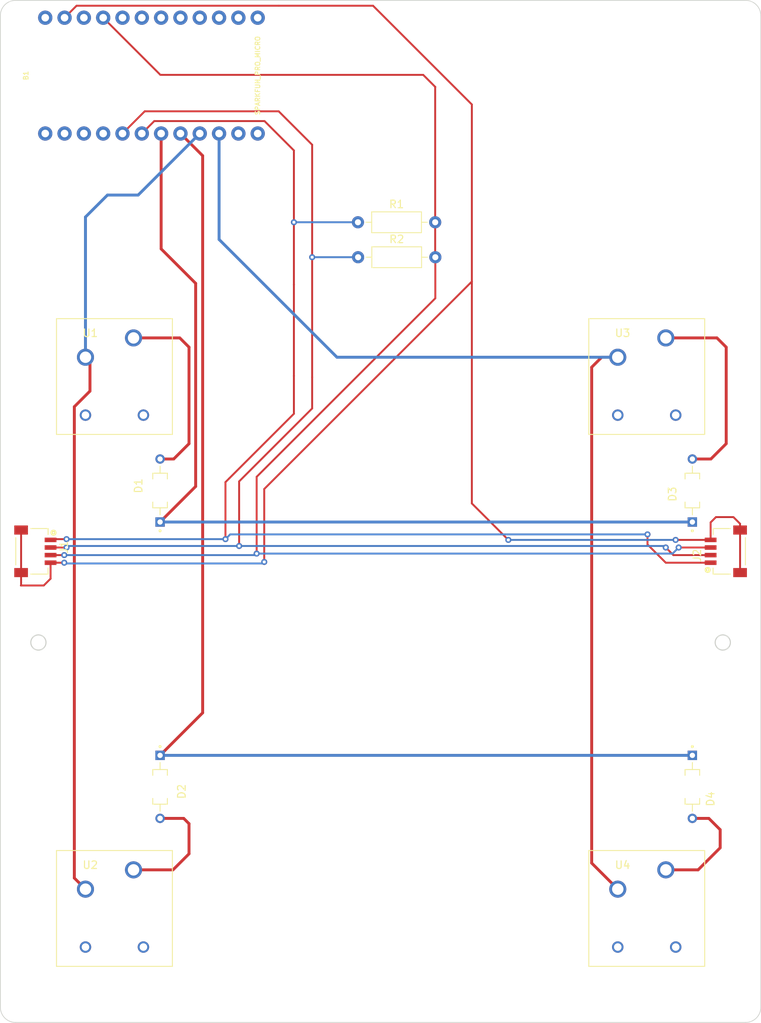
<source format=kicad_pcb>
(kicad_pcb (version 20211014) (generator pcbnew)
  (layers (0 "F.Cu" signal) (31 "B.Cu" signal) (34 "B.Paste" user) (35 "F.Paste" user) (36 "B.SilkS" user "B.Silkscreen") (37 "F.SilkS" user "F.Silkscreen") (38 "B.Mask" user) (39 "F.Mask" user) (44 "Edge.Cuts" user))
  (net 0 "")
  (net 5 "SDA")
  (net 6 "SCL")
  (net 7 "ROW1")
  (net 8 "ROW2")
  (net 9 "COL1")
  (net 10 "COL2")
  (net 21 "VCC")
  (net 23 "GND")
  (net 25 "Net-(D1-PadA)")
  (net 26 "Net-(D2-PadA)")
  (net 27 "Net-(D3-PadA)")
  (net 28 "Net-(D4-PadA)")
  (footprint "1N4148:DIOAD829W49L456D191" (layer "F.Cu") (at 97 103 90)
    (fp_text reference "D1" (at 0.612145 -2.843205 90) (layer "F.SilkS") (effects (font (size 1.000102 1.000102))))
    (fp_text value "1N4148")
    (fp_line (start 1.52 0.96) (end 2.28 0.96) (layer "F.SilkS") (width 0.127))
    (fp_line (start -2.28 0) (end -2.28 0.95) (layer "F.SilkS") (width 0.127))
    (fp_line (start 1.52 -0.96) (end 2.28 -0.96) (layer "F.SilkS") (width 0.127))
    (fp_line (start -2.28 0) (end -3.2 0) (layer "F.SilkS") (width 0.127))
    (fp_line (start -2.28 0.96) (end -1.52 0.96) (layer "F.SilkS") (width 0.127))
    (fp_line (start -2.28 -0.96) (end -2.28 0) (layer "F.SilkS") (width 0.127))
    (fp_line (start 2.28 0) (end 2.28 0.96) (layer "F.SilkS") (width 0.127))
    (fp_line (start 3.2 0) (end 2.28 0) (layer "F.SilkS") (width 0.127))
    (fp_line (start 2.28 -0.95) (end 2.28 0) (layer "F.SilkS") (width 0.127))
    (fp_line (start -2.28 -0.96) (end -1.52 -0.96) (layer "F.SilkS") (width 0.127))
    (fp_circle (center -5.3 0) (end -5.2 0) (layer "F.SilkS") (width 0.2) (fill none))
    (pad "A" thru_hole circle locked (at 4.146 0 90) (size 1.238 1.238) (drill 0.7) (layers *.Cu *.Mask) (net 25 "Net-(D1-PadA)"))
    (pad "C" thru_hole rect locked (at -4.146 0 90) (size 1.238 1.238) (drill 0.7) (layers *.Cu *.Mask) (net 7 "ROW1"))
  )
  (footprint "1N4148:DIOAD829W49L456D191" (layer "F.Cu") (at 167 103 90)
    (fp_text reference "D3" (at -0.4765 -2.61775 90) (layer "F.SilkS") (effects (font (size 1.000102 1.000102))))
    (fp_text value "1N4148")
    (fp_line (start -2.28 -0.96) (end -1.52 -0.96) (layer "F.SilkS") (width 0.127))
    (fp_line (start -2.28 0.96) (end -1.52 0.96) (layer "F.SilkS") (width 0.127))
    (fp_line (start 1.52 0.96) (end 2.28 0.96) (layer "F.SilkS") (width 0.127))
    (fp_line (start -2.28 -0.96) (end -2.28 0) (layer "F.SilkS") (width 0.127))
    (fp_line (start 1.52 -0.96) (end 2.28 -0.96) (layer "F.SilkS") (width 0.127))
    (fp_line (start 2.28 0) (end 2.28 0.96) (layer "F.SilkS") (width 0.127))
    (fp_line (start -2.28 0) (end -2.28 0.95) (layer "F.SilkS") (width 0.127))
    (fp_line (start 2.28 -0.95) (end 2.28 0) (layer "F.SilkS") (width 0.127))
    (fp_line (start 3.2 0) (end 2.28 0) (layer "F.SilkS") (width 0.127))
    (fp_line (start -2.28 0) (end -3.2 0) (layer "F.SilkS") (width 0.127))
    (fp_circle (center -5.3 0) (end -5.2 0) (layer "F.SilkS") (width 0.2) (fill none))
    (pad "A" thru_hole circle locked (at 4.146 0 90) (size 1.238 1.238) (drill 0.7) (layers *.Cu *.Mask) (net 27 "Net-(D3-PadA)"))
    (pad "C" thru_hole rect locked (at -4.146 0 90) (size 1.238 1.238) (drill 0.7) (layers *.Cu *.Mask) (net 7 "ROW1"))
  )
  (footprint "Boards:SPARKFUN_PRO_MICRO" (layer "F.Cu") (at 94.6 48.4 90)
    (fp_text reference "B1" (at 0 -15.24 90) (layer "F.SilkS") (effects (font (size 0.6096 0.6096) (thickness 0.127))))
    (fp_text value "SPARKFUN_PRO_MICRO" (at 0 15.24 90) (layer "F.SilkS") (effects (font (size 0.6096 0.6096) (thickness 0.127))))
    (pad "1" thru_hole circle locked (at -7.62 -12.7 90) (size 1.8796 1.8796) (drill 1) (layers *.Cu *.Mask))
    (pad "2" thru_hole circle locked (at -7.62 -10.16 90) (size 1.8796 1.8796) (drill 1) (layers *.Cu *.Mask))
    (pad "3" thru_hole circle locked (at -7.62 -7.62 90) (size 1.8796 1.8796) (drill 1) (layers *.Cu *.Mask))
    (pad "4" thru_hole circle locked (at -7.62 -5.08 90) (size 1.8796 1.8796) (drill 1) (layers *.Cu *.Mask))
    (pad "5" thru_hole circle locked (at -7.62 -2.54 90) (size 1.8796 1.8796) (drill 1) (layers *.Cu *.Mask) (net 5 "SDA"))
    (pad "6" thru_hole circle locked (at -7.62 0 90) (size 1.8796 1.8796) (drill 1) (layers *.Cu *.Mask) (net 6 "SCL"))
    (pad "7" thru_hole circle locked (at -7.62 2.54 90) (size 1.8796 1.8796) (drill 1) (layers *.Cu *.Mask) (net 7 "ROW1"))
    (pad "8" thru_hole circle locked (at -7.62 5.08 90) (size 1.8796 1.8796) (drill 1) (layers *.Cu *.Mask) (net 8 "ROW2"))
    (pad "9" thru_hole circle locked (at -7.62 7.62 90) (size 1.8796 1.8796) (drill 1) (layers *.Cu *.Mask) (net 9 "COL1"))
    (pad "10" thru_hole circle locked (at -7.62 10.16 90) (size 1.8796 1.8796) (drill 1) (layers *.Cu *.Mask) (net 10 "COL2"))
    (pad "11" thru_hole circle locked (at -7.62 12.7 90) (size 1.8796 1.8796) (drill 1) (layers *.Cu *.Mask))
    (pad "12" thru_hole circle locked (at -7.62 15.24 90) (size 1.8796 1.8796) (drill 1) (layers *.Cu *.Mask))
    (pad "13" thru_hole circle locked (at 7.62 15.24 90) (size 1.8796 1.8796) (drill 1) (layers *.Cu *.Mask))
    (pad "14" thru_hole circle locked (at 7.62 12.7 90) (size 1.8796 1.8796) (drill 1) (layers *.Cu *.Mask))
    (pad "15" thru_hole circle locked (at 7.62 10.16 90) (size 1.8796 1.8796) (drill 1) (layers *.Cu *.Mask))
    (pad "16" thru_hole circle locked (at 7.62 7.62 90) (size 1.8796 1.8796) (drill 1) (layers *.Cu *.Mask))
    (pad "17" thru_hole circle locked (at 7.62 5.08 90) (size 1.8796 1.8796) (drill 1) (layers *.Cu *.Mask))
    (pad "18" thru_hole circle locked (at 7.62 2.54 90) (size 1.8796 1.8796) (drill 1) (layers *.Cu *.Mask))
    (pad "19" thru_hole circle locked (at 7.62 0 90) (size 1.8796 1.8796) (drill 1) (layers *.Cu *.Mask))
    (pad "20" thru_hole circle locked (at 7.62 -2.54 90) (size 1.8796 1.8796) (drill 1) (layers *.Cu *.Mask))
    (pad "21" thru_hole circle locked (at 7.62 -5.08 90) (size 1.8796 1.8796) (drill 1) (layers *.Cu *.Mask) (net 21 "VCC"))
    (pad "22" thru_hole circle locked (at 7.62 -7.62 90) (size 1.8796 1.8796) (drill 1) (layers *.Cu *.Mask))
    (pad "23" thru_hole circle locked (at 7.62 -10.16 90) (size 1.8796 1.8796) (drill 1) (layers *.Cu *.Mask) (net 23 "GND"))
    (pad "24" thru_hole circle locked (at 7.62 -12.7 90) (size 1.8796 1.8796) (drill 1) (layers *.Cu *.Mask))
  )
  (footprint "MX1A-11NN:CHERRY_MX1A-11NN_SWITCH" (layer "F.Cu") (at 161 88)
    (fp_text reference "U3" (at -3.175 -5.715) (layer "F.SilkS"))
    (fp_text value "MX1A-11NN")
    (fp_line (start -7.62 7.62) (end -7.62 -7.62) (layer "F.SilkS") (width 0.127))
    (fp_line (start 7.62 7.62) (end -7.62 7.62) (layer "F.SilkS") (width 0.127))
    (fp_line (start -7.62 -7.62) (end 7.62 -7.62) (layer "F.SilkS") (width 0.127))
    (fp_line (start 7.62 -7.62) (end 7.62 7.62) (layer "F.SilkS") (width 0.127))
    (pad "" np_thru_hole circle locked (at 0 0) (size 3.9878 3.9878) (drill 3.9878) (layers *.Cu *.Mask))
    (pad "" np_thru_hole circle locked (at -5 0) (size 1.7 1.7) (drill 1.7) (layers *.Cu *.Mask))
    (pad "" np_thru_hole circle locked (at 5 0) (size 1.7 1.7) (drill 1.7) (layers *.Cu *.Mask))
    (pad "BR1" thru_hole circle locked (at -3.81 5.08) (size 1.508 1.508) (drill 1) (layers *.Cu *.Mask))
    (pad "BR2" thru_hole circle locked (at 3.81 5.08) (size 1.508 1.508) (drill 1) (layers *.Cu *.Mask))
    (pad "P$1" thru_hole circle locked (at 2.51 -5.08) (size 2.25 2.25) (drill 1.5) (layers *.Cu *.Mask) (net 27 "Net-(D3-PadA)"))
    (pad "P$2" thru_hole circle locked (at -3.81 -2.54) (size 2.25 2.25) (drill 1.5) (layers *.Cu *.Mask) (net 10 "COL2"))
  )
  (footprint "MX1A-11NN:CHERRY_MX1A-11NN_SWITCH" (layer "F.Cu") (at 91 88)
    (fp_text reference "U1" (at -3.175 -5.715) (layer "F.SilkS"))
    (fp_text value "MX1A-11NN")
    (fp_line (start -7.62 7.62) (end -7.62 -7.62) (layer "F.SilkS") (width 0.127))
    (fp_line (start -7.62 -7.62) (end 7.62 -7.62) (layer "F.SilkS") (width 0.127))
    (fp_line (start 7.62 -7.62) (end 7.62 7.62) (layer "F.SilkS") (width 0.127))
    (fp_line (start 7.62 7.62) (end -7.62 7.62) (layer "F.SilkS") (width 0.127))
    (pad "" np_thru_hole circle locked (at 5 0) (size 1.7 1.7) (drill 1.7) (layers *.Cu *.Mask))
    (pad "" np_thru_hole circle locked (at 0 0) (size 3.9878 3.9878) (drill 3.9878) (layers *.Cu *.Mask))
    (pad "" np_thru_hole circle locked (at -5 0) (size 1.7 1.7) (drill 1.7) (layers *.Cu *.Mask))
    (pad "BR1" thru_hole circle locked (at -3.81 5.08) (size 1.508 1.508) (drill 1) (layers *.Cu *.Mask))
    (pad "BR2" thru_hole circle locked (at 3.81 5.08) (size 1.508 1.508) (drill 1) (layers *.Cu *.Mask))
    (pad "P$1" thru_hole circle locked (at 2.51 -5.08) (size 2.25 2.25) (drill 1.5) (layers *.Cu *.Mask) (net 25 "Net-(D1-PadA)"))
    (pad "P$2" thru_hole circle locked (at -3.81 -2.54) (size 2.25 2.25) (drill 1.5) (layers *.Cu *.Mask) (net 9 "COL1"))
  )
  (footprint "Resistor_THT:R_Axial_DIN0207_L6.3mm_D2.5mm_P10.16mm_Horizontal" (layer "F.Cu") (at 123.02 67.7)
    (fp_text reference "R1" (at 5.08 -2.37) (layer "F.SilkS"))
    (fp_text value "10k")
    (fp_line (start 1.81 -1.37) (end 1.81 1.37) (layer "F.SilkS") (width 0.12))
    (fp_line (start 8.35 -1.37) (end 1.81 -1.37) (layer "F.SilkS") (width 0.12))
    (fp_line (start 9.12 0) (end 8.35 0) (layer "F.SilkS") (width 0.12))
    (fp_line (start 8.35 1.37) (end 8.35 -1.37) (layer "F.SilkS") (width 0.12))
    (fp_line (start 1.04 0) (end 1.81 0) (layer "F.SilkS") (width 0.12))
    (fp_line (start 1.81 1.37) (end 8.35 1.37) (layer "F.SilkS") (width 0.12))
    (pad "1" thru_hole circle (at 0 0) (size 1.6 1.6) (drill 0.8) (layers *.Cu *.Mask) (net 6 "SCL"))
    (pad "2" thru_hole oval (at 10.16 0) (size 1.6 1.6) (drill 0.8) (layers *.Cu *.Mask) (net 21 "VCC"))
  )
  (footprint "MX1A-11NN:CHERRY_MX1A-11NN_SWITCH" (layer "F.Cu") (at 91 158)
    (fp_text reference "U2" (at -3.175 -5.715) (layer "F.SilkS"))
    (fp_text value "MX1A-11NN")
    (fp_line (start 7.62 -7.62) (end 7.62 7.62) (layer "F.SilkS") (width 0.127))
    (fp_line (start -7.62 -7.62) (end 7.62 -7.62) (layer "F.SilkS") (width 0.127))
    (fp_line (start 7.62 7.62) (end -7.62 7.62) (layer "F.SilkS") (width 0.127))
    (fp_line (start -7.62 7.62) (end -7.62 -7.62) (layer "F.SilkS") (width 0.127))
    (pad "" np_thru_hole circle locked (at -5 0) (size 1.7 1.7) (drill 1.7) (layers *.Cu *.Mask))
    (pad "" np_thru_hole circle locked (at 0 0) (size 3.9878 3.9878) (drill 3.9878) (layers *.Cu *.Mask))
    (pad "" np_thru_hole circle locked (at 5 0) (size 1.7 1.7) (drill 1.7) (layers *.Cu *.Mask))
    (pad "BR1" thru_hole circle locked (at -3.81 5.08) (size 1.508 1.508) (drill 1) (layers *.Cu *.Mask))
    (pad "BR2" thru_hole circle locked (at 3.81 5.08) (size 1.508 1.508) (drill 1) (layers *.Cu *.Mask))
    (pad "P$1" thru_hole circle locked (at 2.51 -5.08) (size 2.25 2.25) (drill 1.5) (layers *.Cu *.Mask) (net 26 "Net-(D2-PadA)"))
    (pad "P$2" thru_hole circle locked (at -3.81 -2.54) (size 2.25 2.25) (drill 1.5) (layers *.Cu *.Mask) (net 9 "COL1"))
  )
  (footprint "SM04B-SRSS-TB_LF__SN:JST_SM04B-SRSS-TB(LF)(SN)" (layer "F.Cu") (at 169.4 111 90)
    (fp_text reference "J2" (at -0.545095 -1.767685 90) (layer "F.SilkS") (effects (font (size 1.001173 1.001173))))
    (fp_text value "SM04B-SRSS-TB(LF)(SN)")
    (fp_line (start -2.2 0.325) (end -3 0.325) (layer "F.SilkS") (width 0.127))
    (fp_line (start 3 0.325) (end 3 2.6) (layer "F.SilkS") (width 0.127))
    (fp_line (start -3 0.325) (end -3 2.6) (layer "F.SilkS") (width 0.127))
    (fp_line (start -1.8 4.575) (end 1.8 4.575) (layer "F.SilkS") (width 0.127))
    (fp_line (start 2.2 0.325) (end 3 0.325) (layer "F.SilkS") (width 0.127))
    (fp_circle (center -2.45 -0.385) (end -2.35 -0.385) (layer "F.SilkS") (width 0.3) (fill none))
    (pad "1" smd rect locked (at -1.5 0 90) (size 0.6 1.55) (layers "F.Cu" "F.Paste" "F.Mask") (net 6 "SCL"))
    (pad "2" smd rect locked (at -0.5 0 90) (size 0.6 1.55) (layers "F.Cu" "F.Paste" "F.Mask") (net 5 "SDA"))
    (pad "3" smd rect locked (at 0.5 0 90) (size 0.6 1.55) (layers "F.Cu" "F.Paste" "F.Mask") (net 21 "VCC"))
    (pad "4" smd rect locked (at 1.5 0 90) (size 0.6 1.55) (layers "F.Cu" "F.Paste" "F.Mask") (net 23 "GND"))
    (pad "S1" smd rect locked (at -2.8 3.875 270) (size 1.2 1.8) (layers "F.Cu" "F.Paste" "F.Mask") (net 23 "GND"))
    (pad "S2" smd rect locked (at 2.8 3.875 270) (size 1.2 1.8) (layers "F.Cu" "F.Paste" "F.Mask") (net 23 "GND"))
  )
  (footprint "1N4148:DIOAD829W49L456D191" (layer "F.Cu") (at 97 142 -90)
    (fp_text reference "D2" (at 0.612145 -2.843205 90) (layer "F.SilkS") (effects (font (size 1.000102 1.000102))))
    (fp_text value "1N4148")
    (fp_line (start 1.52 0.96) (end 2.28 0.96) (layer "F.SilkS") (width 0.127))
    (fp_line (start 2.28 0) (end 2.28 0.96) (layer "F.SilkS") (width 0.127))
    (fp_line (start -2.28 0) (end -2.28 0.95) (layer "F.SilkS") (width 0.127))
    (fp_line (start 3.2 0) (end 2.28 0) (layer "F.SilkS") (width 0.127))
    (fp_line (start 2.28 -0.95) (end 2.28 0) (layer "F.SilkS") (width 0.127))
    (fp_line (start -2.28 -0.96) (end -1.52 -0.96) (layer "F.SilkS") (width 0.127))
    (fp_line (start -2.28 -0.96) (end -2.28 0) (layer "F.SilkS") (width 0.127))
    (fp_line (start -2.28 0.96) (end -1.52 0.96) (layer "F.SilkS") (width 0.127))
    (fp_line (start -2.28 0) (end -3.2 0) (layer "F.SilkS") (width 0.127))
    (fp_line (start 1.52 -0.96) (end 2.28 -0.96) (layer "F.SilkS") (width 0.127))
    (fp_circle (center -5.3 0) (end -5.2 0) (layer "F.SilkS") (width 0.2) (fill none))
    (pad "A" thru_hole circle locked (at 4.146 0 270) (size 1.238 1.238) (drill 0.73) (layers *.Cu *.Mask) (net 26 "Net-(D2-PadA)"))
    (pad "C" thru_hole rect locked (at -4.146 0 270) (size 1.238 1.238) (drill 0.7) (layers *.Cu *.Mask) (net 8 "ROW2"))
  )
  (footprint "SM04B-SRSS-TB_LF__SN:JST_SM04B-SRSS-TB(LF)(SN)" (layer "F.Cu") (at 82.6 111 -90)
    (fp_text reference "J1" (at -0.545095 -1.767685 90) (layer "F.SilkS") (effects (font (size 1.001173 1.001173))))
    (fp_text value "SM04B-SRSS-TB(LF)(SN)")
    (fp_line (start 3 0.325) (end 3 2.6) (layer "F.SilkS") (width 0.127))
    (fp_line (start -3 0.325) (end -3 2.6) (layer "F.SilkS") (width 0.127))
    (fp_line (start -1.8 4.575) (end 1.8 4.575) (layer "F.SilkS") (width 0.127))
    (fp_line (start -2.2 0.325) (end -3 0.325) (layer "F.SilkS") (width 0.127))
    (fp_line (start 2.2 0.325) (end 3 0.325) (layer "F.SilkS") (width 0.127))
    (fp_circle (center -2.45 -0.385) (end -2.35 -0.385) (layer "F.SilkS") (width 0.3) (fill none))
    (pad "1" smd rect locked (at -1.5 0 270) (size 0.6 1.55) (layers "F.Cu" "F.Paste" "F.Mask") (net 6 "SCL"))
    (pad "2" smd rect locked (at -0.5 0 270) (size 0.6 1.55) (layers "F.Cu" "F.Paste" "F.Mask") (net 5 "SDA"))
    (pad "3" smd rect locked (at 0.5 0 270) (size 0.6 1.55) (layers "F.Cu" "F.Paste" "F.Mask") (net 21 "VCC"))
    (pad "4" smd rect locked (at 1.5 0 270) (size 0.6 1.55) (layers "F.Cu" "F.Paste" "F.Mask") (net 23 "GND"))
    (pad "S1" smd rect locked (at -2.8 3.875 90) (size 1.2 1.8) (layers "F.Cu" "F.Paste" "F.Mask") (net 23 "GND"))
    (pad "S2" smd rect locked (at 2.8 3.875 90) (size 1.2 1.8) (layers "F.Cu" "F.Paste" "F.Mask") (net 23 "GND"))
  )
  (footprint "Resistor_THT:R_Axial_DIN0207_L6.3mm_D2.5mm_P10.16mm_Horizontal" (layer "F.Cu") (at 123.04 72.3)
    (fp_text reference "R2" (at 5.08 -2.37) (layer "F.SilkS"))
    (fp_text value "10k")
    (fp_line (start 1.81 1.37) (end 8.35 1.37) (layer "F.SilkS") (width 0.12))
    (fp_line (start 1.04 0) (end 1.81 0) (layer "F.SilkS") (width 0.12))
    (fp_line (start 1.81 -1.37) (end 1.81 1.37) (layer "F.SilkS") (width 0.12))
    (fp_line (start 9.12 0) (end 8.35 0) (layer "F.SilkS") (width 0.12))
    (fp_line (start 8.35 -1.37) (end 1.81 -1.37) (layer "F.SilkS") (width 0.12))
    (fp_line (start 8.35 1.37) (end 8.35 -1.37) (layer "F.SilkS") (width 0.12))
    (pad "1" thru_hole circle (at 0 0) (size 1.6 1.6) (drill 0.8) (layers *.Cu *.Mask) (net 5 "SDA"))
    (pad "2" thru_hole oval (at 10.16 0) (size 1.6 1.6) (drill 0.8) (layers *.Cu *.Mask) (net 21 "VCC"))
  )
  (footprint "MX1A-11NN:CHERRY_MX1A-11NN_SWITCH" (layer "F.Cu") (at 161 158)
    (fp_text reference "U4" (at -3.175 -5.715) (layer "F.SilkS"))
    (fp_text value "MX1A-11NN")
    (fp_line (start -7.62 -7.62) (end 7.62 -7.62) (layer "F.SilkS") (width 0.127))
    (fp_line (start 7.62 -7.62) (end 7.62 7.62) (layer "F.SilkS") (width 0.127))
    (fp_line (start -7.62 7.62) (end -7.62 -7.62) (layer "F.SilkS") (width 0.127))
    (fp_line (start 7.62 7.62) (end -7.62 7.62) (layer "F.SilkS") (width 0.127))
    (pad "" np_thru_hole circle locked (at 5 0) (size 1.7 1.7) (drill 1.7) (layers *.Cu *.Mask))
    (pad "" np_thru_hole circle locked (at -5 0) (size 1.7 1.7) (drill 1.7) (layers *.Cu *.Mask))
    (pad "" np_thru_hole circle locked (at 0 0) (size 3.9878 3.9878) (drill 3.9878) (layers *.Cu *.Mask))
    (pad "BR1" thru_hole circle locked (at -3.81 5.08) (size 1.508 1.508) (drill 1) (layers *.Cu *.Mask))
    (pad "BR2" thru_hole circle locked (at 3.81 5.08) (size 1.508 1.508) (drill 1) (layers *.Cu *.Mask))
    (pad "P$1" thru_hole circle locked (at 2.51 -5.08) (size 2.25 2.25) (drill 1.5) (layers *.Cu *.Mask) (net 28 "Net-(D4-PadA)"))
    (pad "P$2" thru_hole circle locked (at -3.81 -2.54) (size 2.25 2.25) (drill 1.5) (layers *.Cu *.Mask) (net 10 "COL2"))
  )
  (footprint "1N4148:DIOAD829W49L456D191" (layer "F.Cu") (at 167 142 -90)
    (fp_text reference "D4" (at 1.5875 -2.38125 90) (layer "F.SilkS") (effects (font (size 1.000102 1.000102))))
    (fp_text value "1N4148")
    (fp_line (start -2.28 0) (end -3.2 0) (layer "F.SilkS") (width 0.127))
    (fp_line (start 3.2 0) (end 2.28 0) (layer "F.SilkS") (width 0.127))
    (fp_line (start 1.52 0.96) (end 2.28 0.96) (layer "F.SilkS") (width 0.127))
    (fp_line (start -2.28 -0.96) (end -1.52 -0.96) (layer "F.SilkS") (width 0.127))
    (fp_line (start 1.52 -0.96) (end 2.28 -0.96) (layer "F.SilkS") (width 0.127))
    (fp_line (start -2.28 0.96) (end -1.52 0.96) (layer "F.SilkS") (width 0.127))
    (fp_line (start 2.28 0) (end 2.28 0.96) (layer "F.SilkS") (width 0.127))
    (fp_line (start 2.28 -0.95) (end 2.28 0) (layer "F.SilkS") (width 0.127))
    (fp_line (start -2.28 -0.96) (end -2.28 0) (layer "F.SilkS") (width 0.127))
    (fp_line (start -2.28 0) (end -2.28 0.95) (layer "F.SilkS") (width 0.127))
    (fp_circle (center -5.3 0) (end -5.2 0) (layer "F.SilkS") (width 0.2) (fill none))
    (pad "A" thru_hole circle locked (at 4.146 0 270) (size 1.238 1.238) (drill 0.7) (layers *.Cu *.Mask) (net 28 "Net-(D4-PadA)"))
    (pad "C" thru_hole rect locked (at -4.146 0 270) (size 1.238 1.238) (drill 0.7) (layers *.Cu *.Mask) (net 8 "ROW2"))
  )
  (gr_line (start 176 40.5) (end 176 171) (layer "Edge.Cuts") (width 0.1))
  (gr_line (start 174 173) (end 78 173) (layer "Edge.Cuts") (width 0.1))
  (gr_circle (center 81 123) (end 82 123) (layer "Edge.Cuts") (width 0.15) (fill none))
  (gr_arc (start 76 40.5) (mid 76.585786 39.085786) (end 78 38.5) (layer "Edge.Cuts") (width 0.1))
  (gr_line (start 78 38.5) (end 174 38.5) (layer "Edge.Cuts") (width 0.1))
  (gr_arc (start 176 171) (mid 175.414214 172.414214) (end 174 173) (layer "Edge.Cuts") (width 0.1))
  (gr_arc (start 78 173) (mid 76.585786 172.414214) (end 76 171) (layer "Edge.Cuts") (width 0.1))
  (gr_line (start 76 171) (end 76 40.5) (layer "Edge.Cuts") (width 0.1))
  (gr_circle (center 171 123) (end 172 123) (layer "Edge.Cuts") (width 0.15) (fill none))
  (gr_arc (start 174 38.5) (mid 175.414214 39.085786) (end 176 40.5) (layer "Edge.Cuts") (width 0.1))
  (segment (start 84.7 110.5) (end 82.6 110.5) (width 0.25) (layer "F.Cu") (net 5))
  (segment (start 107.4 101.8) (end 107.4 110.3) (width 0.25) (layer "F.Cu") (net 5))
  (segment (start 94.98 53.1) (end 112.6 53.1) (width 0.25) (layer "F.Cu") (net 5))
  (segment (start 163.5 110.5) (end 164.5 111.5) (width 0.25) (layer "F.Cu") (net 5))
  (segment (start 117 72.3) (end 117 88.1) (width 0.25) (layer "F.Cu") (net 5))
  (segment (start 112.6 53.1) (end 117 57.5) (width 0.25) (layer "F.Cu") (net 5))
  (segment (start 117 88.1) (end 117 92.2) (width 0.25) (layer "F.Cu") (net 5))
  (segment (start 164.5 111.5) (end 169.4 111.5) (width 0.25) (layer "F.Cu") (net 5))
  (segment (start 117 57.5) (end 117 72.3) (width 0.25) (layer "F.Cu") (net 5))
  (segment (start 92.06 56.02) (end 94.98 53.1) (width 0.25) (layer "F.Cu") (net 5))
  (segment (start 117 92.2) (end 107.4 101.8) (width 0.25) (layer "F.Cu") (net 5))
  (via (at 163.5 110.5) (size 0.8) (drill 0.4) (layers "F.Cu" "B.Cu") (net 5))
  (via (at 107.4 110.3) (size 0.8) (drill 0.4) (layers "F.Cu" "B.Cu") (net 5))
  (via (at 84.7 110.5) (size 0.8) (drill 0.4) (layers "F.Cu" "B.Cu") (net 5))
  (via (at 117 72.3) (size 0.8) (drill 0.4) (layers "F.Cu" "B.Cu") (net 5))
  (segment (start 163.3 110.3) (end 163.5 110.5) (width 0.25) (layer "B.Cu") (net 5))
  (segment (start 123.04 72.3) (end 117 72.3) (width 0.25) (layer "B.Cu") (net 5))
  (segment (start 107.4 110.3) (end 84.9 110.3) (width 0.25) (layer "B.Cu") (net 5))
  (segment (start 107.4 110.3) (end 163.3 110.3) (width 0.25) (layer "B.Cu") (net 5))
  (segment (start 84.9 110.3) (end 84.7 110.5) (width 0.25) (layer "B.Cu") (net 5))
  (segment (start 114.6 87.9) (end 114.6 92.9) (width 0.25) (layer "F.Cu") (net 6))
  (segment (start 84.7 109.4) (end 82.7 109.4) (width 0.25) (layer "F.Cu") (net 6))
  (segment (start 163.5 112.5) (end 169.4 112.5) (width 0.25) (layer "F.Cu") (net 6))
  (segment (start 105.6 101.9) (end 105.6 109.4) (width 0.25) (layer "F.Cu") (net 6))
  (segment (start 114.6 67.7) (end 114.6 75.9) (width 0.25) (layer "F.Cu") (net 6))
  (segment (start 114.6 92.9) (end 106.1 101.4) (width 0.25) (layer "F.Cu") (net 6))
  (segment (start 161.1 108.7755) (end 161.1 110.1) (width 0.25) (layer "F.Cu") (net 6))
  (segment (start 82.7 109.4) (end 82.6 109.5) (width 0.25) (layer "F.Cu") (net 6))
  (segment (start 114.6 58.248556) (end 114.6 67.7) (width 0.25) (layer "F.Cu") (net 6))
  (segment (start 94.6 56.02) (end 96.236443 54.383557) (width 0.25) (layer "F.Cu") (net 6))
  (segment (start 114.6 75.9) (end 114.6 87.9) (width 0.25) (layer "F.Cu") (net 6))
  (segment (start 96.236443 54.383557) (end 110.735001 54.383557) (width 0.25) (layer "F.Cu") (net 6))
  (segment (start 106.1 101.4) (end 105.6 101.9) (width 0.25) (layer "F.Cu") (net 6))
  (segment (start 161.1 110.1) (end 163.5 112.5) (width 0.25) (layer "F.Cu") (net 6))
  (segment (start 110.735001 54.383557) (end 114.6 58.248556) (width 0.25) (layer "F.Cu") (net 6))
  (via (at 105.6 109.4) (size 0.8) (drill 0.4) (layers "F.Cu" "B.Cu") (net 6))
  (via (at 114.6 67.7) (size 0.8) (drill 0.4) (layers "F.Cu" "B.Cu") (net 6))
  (via (at 161.1 108.7755) (size 0.8) (drill 0.4) (layers "F.Cu" "B.Cu") (net 6))
  (via (at 84.7 109.4) (size 0.8) (drill 0.4) (layers "F.Cu" "B.Cu") (net 6))
  (segment (start 105.6 109.4) (end 84.7 109.4) (width 0.25) (layer "B.Cu") (net 6))
  (segment (start 123.02 67.7) (end 114.6 67.7) (width 0.25) (layer "B.Cu") (net 6))
  (segment (start 105.6 109.4) (end 106.225 108.775) (width 0.25) (layer "B.Cu") (net 6))
  (segment (start 161.0995 108.775) (end 161.1 108.7755) (width 0.25) (layer "B.Cu") (net 6))
  (segment (start 106.225 108.775) (end 161.0995 108.775) (width 0.25) (layer "B.Cu") (net 6))
  (segment (start 101.680146 102.465854) (end 97 107.146) (width 0.381) (layer "F.Cu") (net 7))
  (segment (start 101.680146 75.739854) (end 97.14 71.199708) (width 0.381) (layer "F.Cu") (net 7))
  (segment (start 97.14 71.199708) (end 97.14 56.02) (width 0.381) (layer "F.Cu") (net 7))
  (segment (start 101.680146 75.739854) (end 101.680146 102.465854) (width 0.381) (layer "F.Cu") (net 7))
  (segment (start 97 107.146) (end 167 107.146) (width 0.381) (layer "B.Cu") (net 7))
  (segment (start 102.6 58.94) (end 99.68 56.02) (width 0.381) (layer "F.Cu") (net 8))
  (segment (start 97 137.854) (end 102.6 132.254) (width 0.381) (layer "F.Cu") (net 8))
  (segment (start 102.6 132.254) (end 102.6 58.94) (width 0.381) (layer "F.Cu") (net 8))
  (segment (start 97 137.854) (end 167 137.854) (width 0.381) (layer "B.Cu") (net 8))
  (segment (start 85.725 153.995) (end 87.19 155.46) (width 0.381) (layer "F.Cu") (net 9))
  (segment (start 87.19 85.46) (end 87.782717 86.052717) (width 0.381) (layer "F.Cu") (net 9))
  (segment (start 87.782717 89.917283) (end 85.725 91.975) (width 0.381) (layer "F.Cu") (net 9))
  (segment (start 85.725 91.975) (end 85.725 153.995) (width 0.381) (layer "F.Cu") (net 9))
  (segment (start 87.782717 86.052717) (end 87.782717 89.917283) (width 0.381) (layer "F.Cu") (net 9))
  (segment (start 87.19 67.01) (end 87.19 85.46) (width 0.381) (layer "B.Cu") (net 9))
  (segment (start 90.08 64.12) (end 87.19 67.01) (width 0.381) (layer "B.Cu") (net 9))
  (segment (start 102.22 56.02) (end 94.12 64.12) (width 0.381) (layer "B.Cu") (net 9))
  (segment (start 94.12 64.12) (end 90.08 64.12) (width 0.381) (layer "B.Cu") (net 9))
  (segment (start 157.19 85.46) (end 155.075175 85.46) (width 0.381) (layer "F.Cu") (net 10))
  (segment (start 155.075175 85.46) (end 153.760176 86.774999) (width 0.381) (layer "F.Cu") (net 10))
  (segment (start 153.760176 86.774999) (end 153.760176 152.030176) (width 0.381) (layer "F.Cu") (net 10))
  (segment (start 153.760176 152.030176) (end 157.19 155.46) (width 0.381) (layer "F.Cu") (net 10))
  (segment (start 157.19 85.46) (end 120.26 85.46) (width 0.381) (layer "B.Cu") (net 10))
  (segment (start 104.76 69.96) (end 104.76 56.02) (width 0.381) (layer "B.Cu") (net 10))
  (segment (start 120.26 85.46) (end 104.76 69.96) (width 0.381) (layer "B.Cu") (net 10))
  (segment (start 109.7 101.2) (end 133.2 77.7) (width 0.25) (layer "F.Cu") (net 21))
  (segment (start 109.7 111.3) (end 109.7 101.2) (width 0.25) (layer "F.Cu") (net 21))
  (segment (start 89.52 40.78) (end 97.04 48.3) (width 0.25) (layer "F.Cu") (net 21))
  (segment (start 133.2 77.7) (end 133.2 72.3) (width 0.25) (layer "F.Cu") (net 21))
  (segment (start 84.4 111.5) (end 82.6 111.5) (width 0.25) (layer "F.Cu") (net 21))
  (segment (start 97.04 48.3) (end 131.6 48.3) (width 0.25) (layer "F.Cu") (net 21))
  (segment (start 133.18 72.28) (end 133.2 72.3) (width 0.25) (layer "F.Cu") (net 21))
  (segment (start 165.2 110.5) (end 169.4 110.5) (width 0.25) (layer "F.Cu") (net 21))
  (segment (start 131.6 48.3) (end 133.2 49.9) (width 0.25) (layer "F.Cu") (net 21))
  (segment (start 133.2 49.9) (end 133.18 49.92) (width 0.25) (layer "F.Cu") (net 21))
  (segment (start 133.18 49.92) (end 133.18 67.7) (width 0.25) (layer "F.Cu") (net 21))
  (segment (start 133.18 67.7) (end 133.18 72.28) (width 0.25) (layer "F.Cu") (net 21))
  (via (at 165.2 110.5) (size 0.8) (drill 0.4) (layers "F.Cu" "B.Cu") (net 21))
  (via (at 84.4 111.5) (size 0.8) (drill 0.4) (layers "F.Cu" "B.Cu") (net 21))
  (via (at 109.7 111.3) (size 0.8) (drill 0.4) (layers "F.Cu" "B.Cu") (net 21))
  (segment (start 109.5 111.5) (end 84.4 111.5) (width 0.25) (layer "B.Cu") (net 21))
  (segment (start 164.4 111.3) (end 165.2 110.5) (width 0.25) (layer "B.Cu") (net 21))
  (segment (start 109.7 111.3) (end 164.4 111.3) (width 0.25) (layer "B.Cu") (net 21))
  (segment (start 109.7 111.3) (end 109.5 111.5) (width 0.25) (layer "B.Cu") (net 21))
  (segment (start 173.275 108.2) (end 173.275 113.8) (width 0.25) (layer "F.Cu") (net 23))
  (segment (start 170.1 106.5) (end 172.4 106.5) (width 0.25) (layer "F.Cu") (net 23))
  (segment (start 78.7 115.5) (end 78.725 115.475) (width 0.25) (layer "F.Cu") (net 23))
  (segment (start 110.7 112.4) (end 110.7 102.8) (width 0.25) (layer "F.Cu") (net 23))
  (segment (start 172.4 106.5) (end 173.275 107.375) (width 0.25) (layer "F.Cu") (net 23))
  (segment (start 169.4 109.5) (end 169.4 107.2) (width 0.25) (layer "F.Cu") (net 23))
  (segment (start 86.02 39.2) (end 112.6 39.2) (width 0.25) (layer "F.Cu") (net 23))
  (segment (start 112.6 39.2) (end 125 39.2) (width 0.25) (layer "F.Cu") (net 23))
  (segment (start 173.275 107.375) (end 173.275 108.2) (width 0.25) (layer "F.Cu") (net 23))
  (segment (start 169.4 107.2) (end 170.1 106.5) (width 0.25) (layer "F.Cu") (net 23))
  (segment (start 82.6 114.6) (end 81.7 115.5) (width 0.25) (layer "F.Cu") (net 23))
  (segment (start 84.44 40.78) (end 86.02 39.2) (width 0.25) (layer "F.Cu") (net 23))
  (segment (start 81.7 115.5) (end 78.7 115.5) (width 0.25) (layer "F.Cu") (net 23))
  (segment (start 84.4 112.5) (end 82.6 112.5) (width 0.25) (layer "F.Cu") (net 23))
  (segment (start 164.8 109.5) (end 169.4 109.5) (width 0.25) (layer "F.Cu") (net 23))
  (segment (start 78.725 113.8) (end 78.725 108.2) (width 0.25) (layer "F.Cu") (net 23))
  (segment (start 138 52.2) (end 138 75.5) (width 0.25) (layer "F.Cu") (net 23))
  (segment (start 78.725 115.475) (end 78.725 113.8) (width 0.25) (layer "F.Cu") (net 23))
  (segment (start 110.7 102.8) (end 138 75.5) (width 0.25) (layer "F.Cu") (net 23))
  (segment (start 82.6 112.5) (end 82.6 114.6) (width 0.25) (layer "F.Cu") (net 23))
  (segment (start 138 104.7) (end 142.8 109.5) (width 0.25) (layer "F.Cu") (net 23))
  (segment (start 138 75.5) (end 138 104.7) (width 0.25) (layer "F.Cu") (net 23))
  (segment (start 125 39.2) (end 138 52.2) (width 0.25) (layer "F.Cu") (net 23))
  (via (at 110.7 112.4) (size 0.8) (drill 0.4) (layers "F.Cu" "B.Cu") (net 23))
  (via (at 142.8 109.5) (size 0.8) (drill 0.4) (layers "F.Cu" "B.Cu") (net 23))
  (via (at 84.4 112.5) (size 0.8) (drill 0.4) (layers "F.Cu" "B.Cu") (net 23))
  (via (at 164.8 109.5) (size 0.8) (drill 0.4) (layers "F.Cu" "B.Cu") (net 23))
  (segment (start 110.5 112.6) (end 84.5 112.6) (width 0.25) (layer "B.Cu") (net 23))
  (segment (start 110.7 112.4) (end 110.5 112.6) (width 0.25) (layer "B.Cu") (net 23))
  (segment (start 84.5 112.6) (end 84.4 112.5) (width 0.25) (layer "B.Cu") (net 23))
  (segment (start 142.8 109.5) (end 164.8 109.5) (width 0.25) (layer "B.Cu") (net 23))
  (segment (start 99.58875 82.92) (end 100.80625 84.1375) (width 0.381) (layer "F.Cu") (net 25))
  (segment (start 100.80625 84.1375) (end 100.80625 96.8375) (width 0.381) (layer "F.Cu") (net 25))
  (segment (start 93.51 82.92) (end 99.58875 82.92) (width 0.381) (layer "F.Cu") (net 25))
  (segment (start 100.80625 96.8375) (end 98.78975 98.854) (width 0.381) (layer "F.Cu") (net 25))
  (segment (start 98.78975 98.854) (end 97 98.854) (width 0.381) (layer "F.Cu") (net 25))
  (segment (start 100.80625 150.8125) (end 100.80625 146.84375) (width 0.381) (layer "F.Cu") (net 26))
  (segment (start 98.69875 152.92) (end 100.80625 150.8125) (width 0.381) (layer "F.Cu") (net 26))
  (segment (start 93.51 152.92) (end 98.69875 152.92) (width 0.381) (layer "F.Cu") (net 26))
  (segment (start 100.1085 146.146) (end 97 146.146) (width 0.381) (layer "F.Cu") (net 26))
  (segment (start 100.80625 146.84375) (end 100.1085 146.146) (width 0.381) (layer "F.Cu") (net 26))
  (segment (start 171.45 96.8375) (end 169.4335 98.854) (width 0.381) (layer "F.Cu") (net 27))
  (segment (start 169.4335 98.854) (end 167 98.854) (width 0.381) (layer "F.Cu") (net 27))
  (segment (start 171.45 84.1375) (end 171.45 96.8375) (width 0.381) (layer "F.Cu") (net 27))
  (segment (start 163.51 82.92) (end 170.2325 82.92) (width 0.381) (layer "F.Cu") (net 27))
  (segment (start 170.2325 82.92) (end 171.45 84.1375) (width 0.381) (layer "F.Cu") (net 27))
  (segment (start 167.755 152.92) (end 170.65625 150.01875) (width 0.381) (layer "F.Cu") (net 28))
  (segment (start 169.16475 146.146) (end 167 146.146) (width 0.381) (layer "F.Cu") (net 28))
  (segment (start 170.65625 150.01875) (end 170.65625 147.6375) (width 0.381) (layer "F.Cu") (net 28))
  (segment (start 170.65625 147.6375) (end 169.16475 146.146) (width 0.381) (layer "F.Cu") (net 28))
  (segment (start 163.51 152.92) (end 167.755 152.92) (width 0.381) (layer "F.Cu") (net 28))
)
</source>
